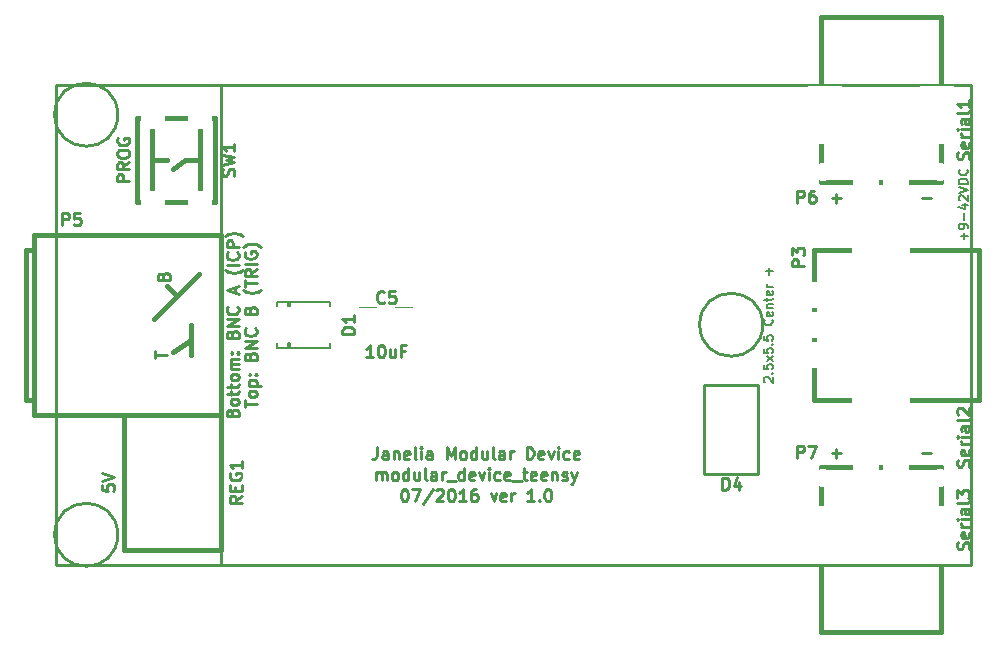
<source format=gto>
G04 #@! TF.FileFunction,Legend,Top*
%FSLAX46Y46*%
G04 Gerber Fmt 4.6, Leading zero omitted, Abs format (unit mm)*
G04 Created by KiCad (PCBNEW 4.1.0-alpha+201607150317+6980~46~ubuntu16.04.1-product) date Fri Jul 15 13:36:51 2016*
%MOMM*%
%LPD*%
G01*
G04 APERTURE LIST*
%ADD10C,0.100000*%
%ADD11C,0.190500*%
%ADD12C,0.254000*%
%ADD13C,0.228600*%
%ADD14C,0.381000*%
%ADD15C,0.150000*%
%ADD16C,0.127000*%
%ADD17O,2.254200X2.940000*%
%ADD18R,2.254200X2.940000*%
%ADD19C,3.956000*%
%ADD20C,2.400000*%
%ADD21C,2.600000*%
%ADD22C,1.600200*%
%ADD23R,4.591000X2.178000*%
%ADD24R,5.029200X2.997200*%
%ADD25O,2.940000X1.924000*%
%ADD26O,5.480000X3.448000*%
%ADD27O,2.432000X1.924000*%
%ADD28O,1.924000X2.432000*%
%ADD29R,2.400000X2.900000*%
%ADD30R,1.990040X3.067000*%
%ADD31R,2.178000X4.591000*%
%ADD32R,2.997200X5.029200*%
%ADD33R,4.000000X5.160000*%
%ADD34R,1.800000X1.640000*%
%ADD35R,1.924000X2.940000*%
%ADD36O,1.924000X2.940000*%
%ADD37R,1.670000X2.940000*%
G04 APERTURE END LIST*
D10*
D11*
X136579428Y-92474142D02*
X136579428Y-91893571D01*
X136869714Y-92183857D02*
X136289142Y-92183857D01*
X136869714Y-91494428D02*
X136869714Y-91349285D01*
X136833428Y-91276714D01*
X136797142Y-91240428D01*
X136688285Y-91167857D01*
X136543142Y-91131571D01*
X136252857Y-91131571D01*
X136180285Y-91167857D01*
X136144000Y-91204142D01*
X136107714Y-91276714D01*
X136107714Y-91421857D01*
X136144000Y-91494428D01*
X136180285Y-91530714D01*
X136252857Y-91567000D01*
X136434285Y-91567000D01*
X136506857Y-91530714D01*
X136543142Y-91494428D01*
X136579428Y-91421857D01*
X136579428Y-91276714D01*
X136543142Y-91204142D01*
X136506857Y-91167857D01*
X136434285Y-91131571D01*
X136579428Y-90805000D02*
X136579428Y-90224428D01*
X136361714Y-89535000D02*
X136869714Y-89535000D01*
X136071428Y-89716428D02*
X136615714Y-89897857D01*
X136615714Y-89426142D01*
X136180285Y-89172142D02*
X136144000Y-89135857D01*
X136107714Y-89063285D01*
X136107714Y-88881857D01*
X136144000Y-88809285D01*
X136180285Y-88773000D01*
X136252857Y-88736714D01*
X136325428Y-88736714D01*
X136434285Y-88773000D01*
X136869714Y-89208428D01*
X136869714Y-88736714D01*
X136107714Y-88519000D02*
X136869714Y-88265000D01*
X136107714Y-88011000D01*
X136869714Y-87757000D02*
X136107714Y-87757000D01*
X136107714Y-87575571D01*
X136144000Y-87466714D01*
X136216571Y-87394142D01*
X136289142Y-87357857D01*
X136434285Y-87321571D01*
X136543142Y-87321571D01*
X136688285Y-87357857D01*
X136760857Y-87394142D01*
X136833428Y-87466714D01*
X136869714Y-87575571D01*
X136869714Y-87757000D01*
X136797142Y-86559571D02*
X136833428Y-86595857D01*
X136869714Y-86704714D01*
X136869714Y-86777285D01*
X136833428Y-86886142D01*
X136760857Y-86958714D01*
X136688285Y-86995000D01*
X136543142Y-87031285D01*
X136434285Y-87031285D01*
X136289142Y-86995000D01*
X136216571Y-86958714D01*
X136144000Y-86886142D01*
X136107714Y-86777285D01*
X136107714Y-86704714D01*
X136144000Y-86595857D01*
X136180285Y-86559571D01*
X119670285Y-104557285D02*
X119634000Y-104521000D01*
X119597714Y-104448428D01*
X119597714Y-104267000D01*
X119634000Y-104194428D01*
X119670285Y-104158142D01*
X119742857Y-104121857D01*
X119815428Y-104121857D01*
X119924285Y-104158142D01*
X120359714Y-104593571D01*
X120359714Y-104121857D01*
X120287142Y-103795285D02*
X120323428Y-103759000D01*
X120359714Y-103795285D01*
X120323428Y-103831571D01*
X120287142Y-103795285D01*
X120359714Y-103795285D01*
X119597714Y-103069571D02*
X119597714Y-103432428D01*
X119960571Y-103468714D01*
X119924285Y-103432428D01*
X119888000Y-103359857D01*
X119888000Y-103178428D01*
X119924285Y-103105857D01*
X119960571Y-103069571D01*
X120033142Y-103033285D01*
X120214571Y-103033285D01*
X120287142Y-103069571D01*
X120323428Y-103105857D01*
X120359714Y-103178428D01*
X120359714Y-103359857D01*
X120323428Y-103432428D01*
X120287142Y-103468714D01*
X120359714Y-102779285D02*
X119851714Y-102380142D01*
X119851714Y-102779285D02*
X120359714Y-102380142D01*
X119597714Y-101727000D02*
X119597714Y-102089857D01*
X119960571Y-102126142D01*
X119924285Y-102089857D01*
X119888000Y-102017285D01*
X119888000Y-101835857D01*
X119924285Y-101763285D01*
X119960571Y-101727000D01*
X120033142Y-101690714D01*
X120214571Y-101690714D01*
X120287142Y-101727000D01*
X120323428Y-101763285D01*
X120359714Y-101835857D01*
X120359714Y-102017285D01*
X120323428Y-102089857D01*
X120287142Y-102126142D01*
X120287142Y-101364142D02*
X120323428Y-101327857D01*
X120359714Y-101364142D01*
X120323428Y-101400428D01*
X120287142Y-101364142D01*
X120359714Y-101364142D01*
X119597714Y-100638428D02*
X119597714Y-101001285D01*
X119960571Y-101037571D01*
X119924285Y-101001285D01*
X119888000Y-100928714D01*
X119888000Y-100747285D01*
X119924285Y-100674714D01*
X119960571Y-100638428D01*
X120033142Y-100602142D01*
X120214571Y-100602142D01*
X120287142Y-100638428D01*
X120323428Y-100674714D01*
X120359714Y-100747285D01*
X120359714Y-100928714D01*
X120323428Y-101001285D01*
X120287142Y-101037571D01*
X120287142Y-99259571D02*
X120323428Y-99295857D01*
X120359714Y-99404714D01*
X120359714Y-99477285D01*
X120323428Y-99586142D01*
X120250857Y-99658714D01*
X120178285Y-99695000D01*
X120033142Y-99731285D01*
X119924285Y-99731285D01*
X119779142Y-99695000D01*
X119706571Y-99658714D01*
X119634000Y-99586142D01*
X119597714Y-99477285D01*
X119597714Y-99404714D01*
X119634000Y-99295857D01*
X119670285Y-99259571D01*
X120323428Y-98642714D02*
X120359714Y-98715285D01*
X120359714Y-98860428D01*
X120323428Y-98933000D01*
X120250857Y-98969285D01*
X119960571Y-98969285D01*
X119888000Y-98933000D01*
X119851714Y-98860428D01*
X119851714Y-98715285D01*
X119888000Y-98642714D01*
X119960571Y-98606428D01*
X120033142Y-98606428D01*
X120105714Y-98969285D01*
X119851714Y-98279857D02*
X120359714Y-98279857D01*
X119924285Y-98279857D02*
X119888000Y-98243571D01*
X119851714Y-98171000D01*
X119851714Y-98062142D01*
X119888000Y-97989571D01*
X119960571Y-97953285D01*
X120359714Y-97953285D01*
X119851714Y-97699285D02*
X119851714Y-97409000D01*
X119597714Y-97590428D02*
X120250857Y-97590428D01*
X120323428Y-97554142D01*
X120359714Y-97481571D01*
X120359714Y-97409000D01*
X120323428Y-96864714D02*
X120359714Y-96937285D01*
X120359714Y-97082428D01*
X120323428Y-97155000D01*
X120250857Y-97191285D01*
X119960571Y-97191285D01*
X119888000Y-97155000D01*
X119851714Y-97082428D01*
X119851714Y-96937285D01*
X119888000Y-96864714D01*
X119960571Y-96828428D01*
X120033142Y-96828428D01*
X120105714Y-97191285D01*
X120359714Y-96501857D02*
X119851714Y-96501857D01*
X119996857Y-96501857D02*
X119924285Y-96465571D01*
X119888000Y-96429285D01*
X119851714Y-96356714D01*
X119851714Y-96284142D01*
X120069428Y-95449571D02*
X120069428Y-94869000D01*
X120359714Y-95159285D02*
X119779142Y-95159285D01*
D12*
X136936238Y-118696619D02*
X136984619Y-118551476D01*
X136984619Y-118309571D01*
X136936238Y-118212809D01*
X136887857Y-118164428D01*
X136791095Y-118116047D01*
X136694333Y-118116047D01*
X136597571Y-118164428D01*
X136549190Y-118212809D01*
X136500809Y-118309571D01*
X136452428Y-118503095D01*
X136404047Y-118599857D01*
X136355666Y-118648238D01*
X136258904Y-118696619D01*
X136162142Y-118696619D01*
X136065380Y-118648238D01*
X136017000Y-118599857D01*
X135968619Y-118503095D01*
X135968619Y-118261190D01*
X136017000Y-118116047D01*
X136936238Y-117293571D02*
X136984619Y-117390333D01*
X136984619Y-117583857D01*
X136936238Y-117680619D01*
X136839476Y-117729000D01*
X136452428Y-117729000D01*
X136355666Y-117680619D01*
X136307285Y-117583857D01*
X136307285Y-117390333D01*
X136355666Y-117293571D01*
X136452428Y-117245190D01*
X136549190Y-117245190D01*
X136645952Y-117729000D01*
X136984619Y-116809761D02*
X136307285Y-116809761D01*
X136500809Y-116809761D02*
X136404047Y-116761380D01*
X136355666Y-116713000D01*
X136307285Y-116616238D01*
X136307285Y-116519476D01*
X136984619Y-116180809D02*
X136307285Y-116180809D01*
X135968619Y-116180809D02*
X136017000Y-116229190D01*
X136065380Y-116180809D01*
X136017000Y-116132428D01*
X135968619Y-116180809D01*
X136065380Y-116180809D01*
X136984619Y-115261571D02*
X136452428Y-115261571D01*
X136355666Y-115309952D01*
X136307285Y-115406714D01*
X136307285Y-115600238D01*
X136355666Y-115697000D01*
X136936238Y-115261571D02*
X136984619Y-115358333D01*
X136984619Y-115600238D01*
X136936238Y-115697000D01*
X136839476Y-115745380D01*
X136742714Y-115745380D01*
X136645952Y-115697000D01*
X136597571Y-115600238D01*
X136597571Y-115358333D01*
X136549190Y-115261571D01*
X136984619Y-114632619D02*
X136936238Y-114729380D01*
X136839476Y-114777761D01*
X135968619Y-114777761D01*
X135968619Y-114342333D02*
X135968619Y-113713380D01*
X136355666Y-114052047D01*
X136355666Y-113906904D01*
X136404047Y-113810142D01*
X136452428Y-113761761D01*
X136549190Y-113713380D01*
X136791095Y-113713380D01*
X136887857Y-113761761D01*
X136936238Y-113810142D01*
X136984619Y-113906904D01*
X136984619Y-114197190D01*
X136936238Y-114293952D01*
X136887857Y-114342333D01*
X136936238Y-111711619D02*
X136984619Y-111566476D01*
X136984619Y-111324571D01*
X136936238Y-111227809D01*
X136887857Y-111179428D01*
X136791095Y-111131047D01*
X136694333Y-111131047D01*
X136597571Y-111179428D01*
X136549190Y-111227809D01*
X136500809Y-111324571D01*
X136452428Y-111518095D01*
X136404047Y-111614857D01*
X136355666Y-111663238D01*
X136258904Y-111711619D01*
X136162142Y-111711619D01*
X136065380Y-111663238D01*
X136017000Y-111614857D01*
X135968619Y-111518095D01*
X135968619Y-111276190D01*
X136017000Y-111131047D01*
X136936238Y-110308571D02*
X136984619Y-110405333D01*
X136984619Y-110598857D01*
X136936238Y-110695619D01*
X136839476Y-110744000D01*
X136452428Y-110744000D01*
X136355666Y-110695619D01*
X136307285Y-110598857D01*
X136307285Y-110405333D01*
X136355666Y-110308571D01*
X136452428Y-110260190D01*
X136549190Y-110260190D01*
X136645952Y-110744000D01*
X136984619Y-109824761D02*
X136307285Y-109824761D01*
X136500809Y-109824761D02*
X136404047Y-109776380D01*
X136355666Y-109728000D01*
X136307285Y-109631238D01*
X136307285Y-109534476D01*
X136984619Y-109195809D02*
X136307285Y-109195809D01*
X135968619Y-109195809D02*
X136017000Y-109244190D01*
X136065380Y-109195809D01*
X136017000Y-109147428D01*
X135968619Y-109195809D01*
X136065380Y-109195809D01*
X136984619Y-108276571D02*
X136452428Y-108276571D01*
X136355666Y-108324952D01*
X136307285Y-108421714D01*
X136307285Y-108615238D01*
X136355666Y-108712000D01*
X136936238Y-108276571D02*
X136984619Y-108373333D01*
X136984619Y-108615238D01*
X136936238Y-108712000D01*
X136839476Y-108760380D01*
X136742714Y-108760380D01*
X136645952Y-108712000D01*
X136597571Y-108615238D01*
X136597571Y-108373333D01*
X136549190Y-108276571D01*
X136984619Y-107647619D02*
X136936238Y-107744380D01*
X136839476Y-107792761D01*
X135968619Y-107792761D01*
X136065380Y-107308952D02*
X136017000Y-107260571D01*
X135968619Y-107163809D01*
X135968619Y-106921904D01*
X136017000Y-106825142D01*
X136065380Y-106776761D01*
X136162142Y-106728380D01*
X136258904Y-106728380D01*
X136404047Y-106776761D01*
X136984619Y-107357333D01*
X136984619Y-106728380D01*
X136936238Y-85676619D02*
X136984619Y-85531476D01*
X136984619Y-85289571D01*
X136936238Y-85192809D01*
X136887857Y-85144428D01*
X136791095Y-85096047D01*
X136694333Y-85096047D01*
X136597571Y-85144428D01*
X136549190Y-85192809D01*
X136500809Y-85289571D01*
X136452428Y-85483095D01*
X136404047Y-85579857D01*
X136355666Y-85628238D01*
X136258904Y-85676619D01*
X136162142Y-85676619D01*
X136065380Y-85628238D01*
X136017000Y-85579857D01*
X135968619Y-85483095D01*
X135968619Y-85241190D01*
X136017000Y-85096047D01*
X136936238Y-84273571D02*
X136984619Y-84370333D01*
X136984619Y-84563857D01*
X136936238Y-84660619D01*
X136839476Y-84709000D01*
X136452428Y-84709000D01*
X136355666Y-84660619D01*
X136307285Y-84563857D01*
X136307285Y-84370333D01*
X136355666Y-84273571D01*
X136452428Y-84225190D01*
X136549190Y-84225190D01*
X136645952Y-84709000D01*
X136984619Y-83789761D02*
X136307285Y-83789761D01*
X136500809Y-83789761D02*
X136404047Y-83741380D01*
X136355666Y-83693000D01*
X136307285Y-83596238D01*
X136307285Y-83499476D01*
X136984619Y-83160809D02*
X136307285Y-83160809D01*
X135968619Y-83160809D02*
X136017000Y-83209190D01*
X136065380Y-83160809D01*
X136017000Y-83112428D01*
X135968619Y-83160809D01*
X136065380Y-83160809D01*
X136984619Y-82241571D02*
X136452428Y-82241571D01*
X136355666Y-82289952D01*
X136307285Y-82386714D01*
X136307285Y-82580238D01*
X136355666Y-82677000D01*
X136936238Y-82241571D02*
X136984619Y-82338333D01*
X136984619Y-82580238D01*
X136936238Y-82677000D01*
X136839476Y-82725380D01*
X136742714Y-82725380D01*
X136645952Y-82677000D01*
X136597571Y-82580238D01*
X136597571Y-82338333D01*
X136549190Y-82241571D01*
X136984619Y-81612619D02*
X136936238Y-81709380D01*
X136839476Y-81757761D01*
X135968619Y-81757761D01*
X136984619Y-80693380D02*
X136984619Y-81273952D01*
X136984619Y-80983666D02*
X135968619Y-80983666D01*
X136113761Y-81080428D01*
X136210523Y-81177190D01*
X136258904Y-81273952D01*
X132962952Y-110562571D02*
X133737047Y-110562571D01*
X132962952Y-88972571D02*
X133737047Y-88972571D01*
X125342952Y-88972571D02*
X126117047Y-88972571D01*
X125730000Y-89359619D02*
X125730000Y-88585523D01*
X125342952Y-110562571D02*
X126117047Y-110562571D01*
X125730000Y-110949619D02*
X125730000Y-110175523D01*
X63578619Y-113223523D02*
X63578619Y-113707333D01*
X64062428Y-113755714D01*
X64014047Y-113707333D01*
X63965666Y-113610571D01*
X63965666Y-113368666D01*
X64014047Y-113271904D01*
X64062428Y-113223523D01*
X64159190Y-113175142D01*
X64401095Y-113175142D01*
X64497857Y-113223523D01*
X64546238Y-113271904D01*
X64594619Y-113368666D01*
X64594619Y-113610571D01*
X64546238Y-113707333D01*
X64497857Y-113755714D01*
X63578619Y-112884857D02*
X64594619Y-112546190D01*
X63578619Y-112207523D01*
X86855904Y-110060619D02*
X86855904Y-110786333D01*
X86807523Y-110931476D01*
X86710761Y-111028238D01*
X86565619Y-111076619D01*
X86468857Y-111076619D01*
X87775142Y-111076619D02*
X87775142Y-110544428D01*
X87726761Y-110447666D01*
X87630000Y-110399285D01*
X87436476Y-110399285D01*
X87339714Y-110447666D01*
X87775142Y-111028238D02*
X87678380Y-111076619D01*
X87436476Y-111076619D01*
X87339714Y-111028238D01*
X87291333Y-110931476D01*
X87291333Y-110834714D01*
X87339714Y-110737952D01*
X87436476Y-110689571D01*
X87678380Y-110689571D01*
X87775142Y-110641190D01*
X88258952Y-110399285D02*
X88258952Y-111076619D01*
X88258952Y-110496047D02*
X88307333Y-110447666D01*
X88404095Y-110399285D01*
X88549238Y-110399285D01*
X88646000Y-110447666D01*
X88694380Y-110544428D01*
X88694380Y-111076619D01*
X89565238Y-111028238D02*
X89468476Y-111076619D01*
X89274952Y-111076619D01*
X89178190Y-111028238D01*
X89129809Y-110931476D01*
X89129809Y-110544428D01*
X89178190Y-110447666D01*
X89274952Y-110399285D01*
X89468476Y-110399285D01*
X89565238Y-110447666D01*
X89613619Y-110544428D01*
X89613619Y-110641190D01*
X89129809Y-110737952D01*
X90194190Y-111076619D02*
X90097428Y-111028238D01*
X90049047Y-110931476D01*
X90049047Y-110060619D01*
X90581238Y-111076619D02*
X90581238Y-110399285D01*
X90581238Y-110060619D02*
X90532857Y-110109000D01*
X90581238Y-110157380D01*
X90629619Y-110109000D01*
X90581238Y-110060619D01*
X90581238Y-110157380D01*
X91500476Y-111076619D02*
X91500476Y-110544428D01*
X91452095Y-110447666D01*
X91355333Y-110399285D01*
X91161809Y-110399285D01*
X91065047Y-110447666D01*
X91500476Y-111028238D02*
X91403714Y-111076619D01*
X91161809Y-111076619D01*
X91065047Y-111028238D01*
X91016666Y-110931476D01*
X91016666Y-110834714D01*
X91065047Y-110737952D01*
X91161809Y-110689571D01*
X91403714Y-110689571D01*
X91500476Y-110641190D01*
X92758380Y-111076619D02*
X92758380Y-110060619D01*
X93097047Y-110786333D01*
X93435714Y-110060619D01*
X93435714Y-111076619D01*
X94064666Y-111076619D02*
X93967904Y-111028238D01*
X93919523Y-110979857D01*
X93871142Y-110883095D01*
X93871142Y-110592809D01*
X93919523Y-110496047D01*
X93967904Y-110447666D01*
X94064666Y-110399285D01*
X94209809Y-110399285D01*
X94306571Y-110447666D01*
X94354952Y-110496047D01*
X94403333Y-110592809D01*
X94403333Y-110883095D01*
X94354952Y-110979857D01*
X94306571Y-111028238D01*
X94209809Y-111076619D01*
X94064666Y-111076619D01*
X95274190Y-111076619D02*
X95274190Y-110060619D01*
X95274190Y-111028238D02*
X95177428Y-111076619D01*
X94983904Y-111076619D01*
X94887142Y-111028238D01*
X94838761Y-110979857D01*
X94790380Y-110883095D01*
X94790380Y-110592809D01*
X94838761Y-110496047D01*
X94887142Y-110447666D01*
X94983904Y-110399285D01*
X95177428Y-110399285D01*
X95274190Y-110447666D01*
X96193428Y-110399285D02*
X96193428Y-111076619D01*
X95758000Y-110399285D02*
X95758000Y-110931476D01*
X95806380Y-111028238D01*
X95903142Y-111076619D01*
X96048285Y-111076619D01*
X96145047Y-111028238D01*
X96193428Y-110979857D01*
X96822380Y-111076619D02*
X96725619Y-111028238D01*
X96677238Y-110931476D01*
X96677238Y-110060619D01*
X97644857Y-111076619D02*
X97644857Y-110544428D01*
X97596476Y-110447666D01*
X97499714Y-110399285D01*
X97306190Y-110399285D01*
X97209428Y-110447666D01*
X97644857Y-111028238D02*
X97548095Y-111076619D01*
X97306190Y-111076619D01*
X97209428Y-111028238D01*
X97161047Y-110931476D01*
X97161047Y-110834714D01*
X97209428Y-110737952D01*
X97306190Y-110689571D01*
X97548095Y-110689571D01*
X97644857Y-110641190D01*
X98128666Y-111076619D02*
X98128666Y-110399285D01*
X98128666Y-110592809D02*
X98177047Y-110496047D01*
X98225428Y-110447666D01*
X98322190Y-110399285D01*
X98418952Y-110399285D01*
X99531714Y-111076619D02*
X99531714Y-110060619D01*
X99773619Y-110060619D01*
X99918761Y-110109000D01*
X100015523Y-110205761D01*
X100063904Y-110302523D01*
X100112285Y-110496047D01*
X100112285Y-110641190D01*
X100063904Y-110834714D01*
X100015523Y-110931476D01*
X99918761Y-111028238D01*
X99773619Y-111076619D01*
X99531714Y-111076619D01*
X100934761Y-111028238D02*
X100838000Y-111076619D01*
X100644476Y-111076619D01*
X100547714Y-111028238D01*
X100499333Y-110931476D01*
X100499333Y-110544428D01*
X100547714Y-110447666D01*
X100644476Y-110399285D01*
X100838000Y-110399285D01*
X100934761Y-110447666D01*
X100983142Y-110544428D01*
X100983142Y-110641190D01*
X100499333Y-110737952D01*
X101321809Y-110399285D02*
X101563714Y-111076619D01*
X101805619Y-110399285D01*
X102192666Y-111076619D02*
X102192666Y-110399285D01*
X102192666Y-110060619D02*
X102144285Y-110109000D01*
X102192666Y-110157380D01*
X102241047Y-110109000D01*
X102192666Y-110060619D01*
X102192666Y-110157380D01*
X103111904Y-111028238D02*
X103015142Y-111076619D01*
X102821619Y-111076619D01*
X102724857Y-111028238D01*
X102676476Y-110979857D01*
X102628095Y-110883095D01*
X102628095Y-110592809D01*
X102676476Y-110496047D01*
X102724857Y-110447666D01*
X102821619Y-110399285D01*
X103015142Y-110399285D01*
X103111904Y-110447666D01*
X103934380Y-111028238D02*
X103837619Y-111076619D01*
X103644095Y-111076619D01*
X103547333Y-111028238D01*
X103498952Y-110931476D01*
X103498952Y-110544428D01*
X103547333Y-110447666D01*
X103644095Y-110399285D01*
X103837619Y-110399285D01*
X103934380Y-110447666D01*
X103982761Y-110544428D01*
X103982761Y-110641190D01*
X103498952Y-110737952D01*
X86807523Y-112854619D02*
X86807523Y-112177285D01*
X86807523Y-112274047D02*
X86855904Y-112225666D01*
X86952666Y-112177285D01*
X87097809Y-112177285D01*
X87194571Y-112225666D01*
X87242952Y-112322428D01*
X87242952Y-112854619D01*
X87242952Y-112322428D02*
X87291333Y-112225666D01*
X87388095Y-112177285D01*
X87533238Y-112177285D01*
X87630000Y-112225666D01*
X87678380Y-112322428D01*
X87678380Y-112854619D01*
X88307333Y-112854619D02*
X88210571Y-112806238D01*
X88162190Y-112757857D01*
X88113809Y-112661095D01*
X88113809Y-112370809D01*
X88162190Y-112274047D01*
X88210571Y-112225666D01*
X88307333Y-112177285D01*
X88452476Y-112177285D01*
X88549238Y-112225666D01*
X88597619Y-112274047D01*
X88646000Y-112370809D01*
X88646000Y-112661095D01*
X88597619Y-112757857D01*
X88549238Y-112806238D01*
X88452476Y-112854619D01*
X88307333Y-112854619D01*
X89516857Y-112854619D02*
X89516857Y-111838619D01*
X89516857Y-112806238D02*
X89420095Y-112854619D01*
X89226571Y-112854619D01*
X89129809Y-112806238D01*
X89081428Y-112757857D01*
X89033047Y-112661095D01*
X89033047Y-112370809D01*
X89081428Y-112274047D01*
X89129809Y-112225666D01*
X89226571Y-112177285D01*
X89420095Y-112177285D01*
X89516857Y-112225666D01*
X90436095Y-112177285D02*
X90436095Y-112854619D01*
X90000666Y-112177285D02*
X90000666Y-112709476D01*
X90049047Y-112806238D01*
X90145809Y-112854619D01*
X90290952Y-112854619D01*
X90387714Y-112806238D01*
X90436095Y-112757857D01*
X91065047Y-112854619D02*
X90968285Y-112806238D01*
X90919904Y-112709476D01*
X90919904Y-111838619D01*
X91887523Y-112854619D02*
X91887523Y-112322428D01*
X91839142Y-112225666D01*
X91742380Y-112177285D01*
X91548857Y-112177285D01*
X91452095Y-112225666D01*
X91887523Y-112806238D02*
X91790761Y-112854619D01*
X91548857Y-112854619D01*
X91452095Y-112806238D01*
X91403714Y-112709476D01*
X91403714Y-112612714D01*
X91452095Y-112515952D01*
X91548857Y-112467571D01*
X91790761Y-112467571D01*
X91887523Y-112419190D01*
X92371333Y-112854619D02*
X92371333Y-112177285D01*
X92371333Y-112370809D02*
X92419714Y-112274047D01*
X92468095Y-112225666D01*
X92564857Y-112177285D01*
X92661619Y-112177285D01*
X92758380Y-112951380D02*
X93532476Y-112951380D01*
X94209809Y-112854619D02*
X94209809Y-111838619D01*
X94209809Y-112806238D02*
X94113047Y-112854619D01*
X93919523Y-112854619D01*
X93822761Y-112806238D01*
X93774380Y-112757857D01*
X93726000Y-112661095D01*
X93726000Y-112370809D01*
X93774380Y-112274047D01*
X93822761Y-112225666D01*
X93919523Y-112177285D01*
X94113047Y-112177285D01*
X94209809Y-112225666D01*
X95080666Y-112806238D02*
X94983904Y-112854619D01*
X94790380Y-112854619D01*
X94693619Y-112806238D01*
X94645238Y-112709476D01*
X94645238Y-112322428D01*
X94693619Y-112225666D01*
X94790380Y-112177285D01*
X94983904Y-112177285D01*
X95080666Y-112225666D01*
X95129047Y-112322428D01*
X95129047Y-112419190D01*
X94645238Y-112515952D01*
X95467714Y-112177285D02*
X95709619Y-112854619D01*
X95951523Y-112177285D01*
X96338571Y-112854619D02*
X96338571Y-112177285D01*
X96338571Y-111838619D02*
X96290190Y-111887000D01*
X96338571Y-111935380D01*
X96386952Y-111887000D01*
X96338571Y-111838619D01*
X96338571Y-111935380D01*
X97257809Y-112806238D02*
X97161047Y-112854619D01*
X96967523Y-112854619D01*
X96870761Y-112806238D01*
X96822380Y-112757857D01*
X96774000Y-112661095D01*
X96774000Y-112370809D01*
X96822380Y-112274047D01*
X96870761Y-112225666D01*
X96967523Y-112177285D01*
X97161047Y-112177285D01*
X97257809Y-112225666D01*
X98080285Y-112806238D02*
X97983523Y-112854619D01*
X97790000Y-112854619D01*
X97693238Y-112806238D01*
X97644857Y-112709476D01*
X97644857Y-112322428D01*
X97693238Y-112225666D01*
X97790000Y-112177285D01*
X97983523Y-112177285D01*
X98080285Y-112225666D01*
X98128666Y-112322428D01*
X98128666Y-112419190D01*
X97644857Y-112515952D01*
X98322190Y-112951380D02*
X99096285Y-112951380D01*
X99193047Y-112177285D02*
X99580095Y-112177285D01*
X99338190Y-111838619D02*
X99338190Y-112709476D01*
X99386571Y-112806238D01*
X99483333Y-112854619D01*
X99580095Y-112854619D01*
X100305809Y-112806238D02*
X100209047Y-112854619D01*
X100015523Y-112854619D01*
X99918761Y-112806238D01*
X99870380Y-112709476D01*
X99870380Y-112322428D01*
X99918761Y-112225666D01*
X100015523Y-112177285D01*
X100209047Y-112177285D01*
X100305809Y-112225666D01*
X100354190Y-112322428D01*
X100354190Y-112419190D01*
X99870380Y-112515952D01*
X101176666Y-112806238D02*
X101079904Y-112854619D01*
X100886380Y-112854619D01*
X100789619Y-112806238D01*
X100741238Y-112709476D01*
X100741238Y-112322428D01*
X100789619Y-112225666D01*
X100886380Y-112177285D01*
X101079904Y-112177285D01*
X101176666Y-112225666D01*
X101225047Y-112322428D01*
X101225047Y-112419190D01*
X100741238Y-112515952D01*
X101660476Y-112177285D02*
X101660476Y-112854619D01*
X101660476Y-112274047D02*
X101708857Y-112225666D01*
X101805619Y-112177285D01*
X101950761Y-112177285D01*
X102047523Y-112225666D01*
X102095904Y-112322428D01*
X102095904Y-112854619D01*
X102531333Y-112806238D02*
X102628095Y-112854619D01*
X102821619Y-112854619D01*
X102918380Y-112806238D01*
X102966761Y-112709476D01*
X102966761Y-112661095D01*
X102918380Y-112564333D01*
X102821619Y-112515952D01*
X102676476Y-112515952D01*
X102579714Y-112467571D01*
X102531333Y-112370809D01*
X102531333Y-112322428D01*
X102579714Y-112225666D01*
X102676476Y-112177285D01*
X102821619Y-112177285D01*
X102918380Y-112225666D01*
X103305428Y-112177285D02*
X103547333Y-112854619D01*
X103789238Y-112177285D02*
X103547333Y-112854619D01*
X103450571Y-113096523D01*
X103402190Y-113144904D01*
X103305428Y-113193285D01*
X89129809Y-113616619D02*
X89226571Y-113616619D01*
X89323333Y-113665000D01*
X89371714Y-113713380D01*
X89420095Y-113810142D01*
X89468476Y-114003666D01*
X89468476Y-114245571D01*
X89420095Y-114439095D01*
X89371714Y-114535857D01*
X89323333Y-114584238D01*
X89226571Y-114632619D01*
X89129809Y-114632619D01*
X89033047Y-114584238D01*
X88984666Y-114535857D01*
X88936285Y-114439095D01*
X88887904Y-114245571D01*
X88887904Y-114003666D01*
X88936285Y-113810142D01*
X88984666Y-113713380D01*
X89033047Y-113665000D01*
X89129809Y-113616619D01*
X89807142Y-113616619D02*
X90484476Y-113616619D01*
X90049047Y-114632619D01*
X91597238Y-113568238D02*
X90726380Y-114874523D01*
X91887523Y-113713380D02*
X91935904Y-113665000D01*
X92032666Y-113616619D01*
X92274571Y-113616619D01*
X92371333Y-113665000D01*
X92419714Y-113713380D01*
X92468095Y-113810142D01*
X92468095Y-113906904D01*
X92419714Y-114052047D01*
X91839142Y-114632619D01*
X92468095Y-114632619D01*
X93097047Y-113616619D02*
X93193809Y-113616619D01*
X93290571Y-113665000D01*
X93338952Y-113713380D01*
X93387333Y-113810142D01*
X93435714Y-114003666D01*
X93435714Y-114245571D01*
X93387333Y-114439095D01*
X93338952Y-114535857D01*
X93290571Y-114584238D01*
X93193809Y-114632619D01*
X93097047Y-114632619D01*
X93000285Y-114584238D01*
X92951904Y-114535857D01*
X92903523Y-114439095D01*
X92855142Y-114245571D01*
X92855142Y-114003666D01*
X92903523Y-113810142D01*
X92951904Y-113713380D01*
X93000285Y-113665000D01*
X93097047Y-113616619D01*
X94403333Y-114632619D02*
X93822761Y-114632619D01*
X94113047Y-114632619D02*
X94113047Y-113616619D01*
X94016285Y-113761761D01*
X93919523Y-113858523D01*
X93822761Y-113906904D01*
X95274190Y-113616619D02*
X95080666Y-113616619D01*
X94983904Y-113665000D01*
X94935523Y-113713380D01*
X94838761Y-113858523D01*
X94790380Y-114052047D01*
X94790380Y-114439095D01*
X94838761Y-114535857D01*
X94887142Y-114584238D01*
X94983904Y-114632619D01*
X95177428Y-114632619D01*
X95274190Y-114584238D01*
X95322571Y-114535857D01*
X95370952Y-114439095D01*
X95370952Y-114197190D01*
X95322571Y-114100428D01*
X95274190Y-114052047D01*
X95177428Y-114003666D01*
X94983904Y-114003666D01*
X94887142Y-114052047D01*
X94838761Y-114100428D01*
X94790380Y-114197190D01*
X96483714Y-113955285D02*
X96725619Y-114632619D01*
X96967523Y-113955285D01*
X97741619Y-114584238D02*
X97644857Y-114632619D01*
X97451333Y-114632619D01*
X97354571Y-114584238D01*
X97306190Y-114487476D01*
X97306190Y-114100428D01*
X97354571Y-114003666D01*
X97451333Y-113955285D01*
X97644857Y-113955285D01*
X97741619Y-114003666D01*
X97790000Y-114100428D01*
X97790000Y-114197190D01*
X97306190Y-114293952D01*
X98225428Y-114632619D02*
X98225428Y-113955285D01*
X98225428Y-114148809D02*
X98273809Y-114052047D01*
X98322190Y-114003666D01*
X98418952Y-113955285D01*
X98515714Y-113955285D01*
X100160666Y-114632619D02*
X99580095Y-114632619D01*
X99870380Y-114632619D02*
X99870380Y-113616619D01*
X99773619Y-113761761D01*
X99676857Y-113858523D01*
X99580095Y-113906904D01*
X100596095Y-114535857D02*
X100644476Y-114584238D01*
X100596095Y-114632619D01*
X100547714Y-114584238D01*
X100596095Y-114535857D01*
X100596095Y-114632619D01*
X101273428Y-113616619D02*
X101370190Y-113616619D01*
X101466952Y-113665000D01*
X101515333Y-113713380D01*
X101563714Y-113810142D01*
X101612095Y-114003666D01*
X101612095Y-114245571D01*
X101563714Y-114439095D01*
X101515333Y-114535857D01*
X101466952Y-114584238D01*
X101370190Y-114632619D01*
X101273428Y-114632619D01*
X101176666Y-114584238D01*
X101128285Y-114535857D01*
X101079904Y-114439095D01*
X101031523Y-114245571D01*
X101031523Y-114003666D01*
X101079904Y-113810142D01*
X101128285Y-113713380D01*
X101176666Y-113665000D01*
X101273428Y-113616619D01*
D13*
X137160000Y-79375000D02*
X59690000Y-79375000D01*
X137160000Y-120015000D02*
X137160000Y-79375000D01*
X59690000Y-120015000D02*
X137160000Y-120015000D01*
X59690000Y-79375000D02*
X59690000Y-120015000D01*
X73660000Y-79375000D02*
X73660000Y-120015000D01*
X73660000Y-120015000D02*
X137160000Y-120015000D01*
X137160000Y-120015000D02*
X137160000Y-79375000D01*
X137160000Y-79375000D02*
X73660000Y-79375000D01*
D14*
X137795000Y-93345000D02*
X137795000Y-106045000D01*
X137795000Y-106045000D02*
X123825000Y-106045000D01*
X137795000Y-93345000D02*
X123825000Y-93345000D01*
X123825000Y-93345000D02*
X123825000Y-106045000D01*
X65405000Y-118745000D02*
X73660000Y-118745000D01*
X73660000Y-118745000D02*
X73660000Y-107315000D01*
X73660000Y-107315000D02*
X65405000Y-107315000D01*
X65405000Y-107315000D02*
X65405000Y-118745000D01*
X69850000Y-97155000D02*
X69088000Y-96393000D01*
X71120000Y-100965000D02*
X69596000Y-101981000D01*
X57785000Y-106045000D02*
X57150000Y-106045000D01*
X57150000Y-106045000D02*
X57150000Y-93345000D01*
X57150000Y-93345000D02*
X57785000Y-93345000D01*
X57785000Y-107315000D02*
X73660000Y-107315000D01*
X73660000Y-107315000D02*
X73660000Y-92075000D01*
X73660000Y-92075000D02*
X57785000Y-92075000D01*
X57785000Y-92075000D02*
X57785000Y-107315000D01*
X71755000Y-95377000D02*
X67945000Y-99187000D01*
X71120000Y-99695000D02*
X71120000Y-102235000D01*
D15*
X78395000Y-97745000D02*
X78395000Y-98145000D01*
X78395000Y-101645000D02*
X78395000Y-101245000D01*
X82895000Y-101645000D02*
X82895000Y-101245000D01*
X82895000Y-97745000D02*
X82895000Y-98145000D01*
X79295000Y-101645000D02*
X79295000Y-101245000D01*
X79295000Y-101245000D02*
X79445000Y-101245000D01*
X79445000Y-101245000D02*
X79445000Y-101645000D01*
X79295000Y-97745000D02*
X79295000Y-98145000D01*
X79295000Y-98145000D02*
X79445000Y-98145000D01*
X79445000Y-98145000D02*
X79445000Y-97745000D01*
X78395000Y-97745000D02*
X82895000Y-97745000D01*
X82895000Y-101645000D02*
X78395000Y-101645000D01*
D14*
X70612000Y-85725000D02*
X69596000Y-86487000D01*
X71882000Y-85725000D02*
X70612000Y-85725000D01*
X67818000Y-85725000D02*
X69088000Y-85725000D01*
X71882000Y-88265000D02*
X71882000Y-83185000D01*
X67818000Y-88265000D02*
X67818000Y-83185000D01*
X66548000Y-89281000D02*
X73152000Y-89281000D01*
X73152000Y-89281000D02*
X73152000Y-82169000D01*
X73152000Y-82169000D02*
X66548000Y-82169000D01*
X66548000Y-82169000D02*
X66548000Y-89281000D01*
X124460000Y-73660000D02*
X134620000Y-73660000D01*
X134620000Y-73660000D02*
X134620000Y-87630000D01*
X124460000Y-73660000D02*
X124460000Y-87630000D01*
X124460000Y-87630000D02*
X134620000Y-87630000D01*
X134620000Y-125730000D02*
X124460000Y-125730000D01*
X124460000Y-125730000D02*
X124460000Y-111760000D01*
X134620000Y-125730000D02*
X134620000Y-111760000D01*
X134620000Y-111760000D02*
X124460000Y-111760000D01*
D13*
X114540000Y-104835000D02*
X119140000Y-104835000D01*
X119140000Y-104835000D02*
X119140000Y-112335000D01*
X119140000Y-112335000D02*
X114540000Y-112335000D01*
X114540000Y-112335000D02*
X114540000Y-104835000D01*
X119507000Y-99695000D02*
G75*
G03X119507000Y-99695000I-2667000J0D01*
G01*
X64897000Y-117475000D02*
G75*
G03X64897000Y-117475000I-2667000J0D01*
G01*
X64897000Y-81915000D02*
G75*
G03X64897000Y-81915000I-2667000J0D01*
G01*
D16*
X86868000Y-98298000D02*
X85344000Y-98298000D01*
X85344000Y-98298000D02*
X85344000Y-101092000D01*
X85344000Y-101092000D02*
X86868000Y-101092000D01*
X88392000Y-101092000D02*
X89916000Y-101092000D01*
X89916000Y-101092000D02*
X89916000Y-98298000D01*
X89916000Y-98298000D02*
X88392000Y-98298000D01*
D12*
X123014619Y-94729904D02*
X121998619Y-94729904D01*
X121998619Y-94342857D01*
X122047000Y-94246095D01*
X122095380Y-94197714D01*
X122192142Y-94149333D01*
X122337285Y-94149333D01*
X122434047Y-94197714D01*
X122482428Y-94246095D01*
X122530809Y-94342857D01*
X122530809Y-94729904D01*
X121998619Y-93810666D02*
X121998619Y-93181714D01*
X122385666Y-93520380D01*
X122385666Y-93375238D01*
X122434047Y-93278476D01*
X122482428Y-93230095D01*
X122579190Y-93181714D01*
X122821095Y-93181714D01*
X122917857Y-93230095D01*
X122966238Y-93278476D01*
X123014619Y-93375238D01*
X123014619Y-93665523D01*
X122966238Y-93762285D01*
X122917857Y-93810666D01*
X75389619Y-114166952D02*
X74905809Y-114505619D01*
X75389619Y-114747523D02*
X74373619Y-114747523D01*
X74373619Y-114360476D01*
X74422000Y-114263714D01*
X74470380Y-114215333D01*
X74567142Y-114166952D01*
X74712285Y-114166952D01*
X74809047Y-114215333D01*
X74857428Y-114263714D01*
X74905809Y-114360476D01*
X74905809Y-114747523D01*
X74857428Y-113731523D02*
X74857428Y-113392857D01*
X75389619Y-113247714D02*
X75389619Y-113731523D01*
X74373619Y-113731523D01*
X74373619Y-113247714D01*
X74422000Y-112280095D02*
X74373619Y-112376857D01*
X74373619Y-112522000D01*
X74422000Y-112667142D01*
X74518761Y-112763904D01*
X74615523Y-112812285D01*
X74809047Y-112860666D01*
X74954190Y-112860666D01*
X75147714Y-112812285D01*
X75244476Y-112763904D01*
X75341238Y-112667142D01*
X75389619Y-112522000D01*
X75389619Y-112425238D01*
X75341238Y-112280095D01*
X75292857Y-112231714D01*
X74954190Y-112231714D01*
X74954190Y-112425238D01*
X75389619Y-111264095D02*
X75389619Y-111844666D01*
X75389619Y-111554380D02*
X74373619Y-111554380D01*
X74518761Y-111651142D01*
X74615523Y-111747904D01*
X74663904Y-111844666D01*
X60210095Y-91264619D02*
X60210095Y-90248619D01*
X60597142Y-90248619D01*
X60693904Y-90297000D01*
X60742285Y-90345380D01*
X60790666Y-90442142D01*
X60790666Y-90587285D01*
X60742285Y-90684047D01*
X60693904Y-90732428D01*
X60597142Y-90780809D01*
X60210095Y-90780809D01*
X61709904Y-90248619D02*
X61226095Y-90248619D01*
X61177714Y-90732428D01*
X61226095Y-90684047D01*
X61322857Y-90635666D01*
X61564761Y-90635666D01*
X61661523Y-90684047D01*
X61709904Y-90732428D01*
X61758285Y-90829190D01*
X61758285Y-91071095D01*
X61709904Y-91167857D01*
X61661523Y-91216238D01*
X61564761Y-91264619D01*
X61322857Y-91264619D01*
X61226095Y-91216238D01*
X61177714Y-91167857D01*
X75643619Y-106686047D02*
X75643619Y-106105476D01*
X76659619Y-106395761D02*
X75643619Y-106395761D01*
X76659619Y-105621666D02*
X76611238Y-105718428D01*
X76562857Y-105766809D01*
X76466095Y-105815190D01*
X76175809Y-105815190D01*
X76079047Y-105766809D01*
X76030666Y-105718428D01*
X75982285Y-105621666D01*
X75982285Y-105476523D01*
X76030666Y-105379761D01*
X76079047Y-105331380D01*
X76175809Y-105283000D01*
X76466095Y-105283000D01*
X76562857Y-105331380D01*
X76611238Y-105379761D01*
X76659619Y-105476523D01*
X76659619Y-105621666D01*
X75982285Y-104847571D02*
X76998285Y-104847571D01*
X76030666Y-104847571D02*
X75982285Y-104750809D01*
X75982285Y-104557285D01*
X76030666Y-104460523D01*
X76079047Y-104412142D01*
X76175809Y-104363761D01*
X76466095Y-104363761D01*
X76562857Y-104412142D01*
X76611238Y-104460523D01*
X76659619Y-104557285D01*
X76659619Y-104750809D01*
X76611238Y-104847571D01*
X76562857Y-103928333D02*
X76611238Y-103879952D01*
X76659619Y-103928333D01*
X76611238Y-103976714D01*
X76562857Y-103928333D01*
X76659619Y-103928333D01*
X76030666Y-103928333D02*
X76079047Y-103879952D01*
X76127428Y-103928333D01*
X76079047Y-103976714D01*
X76030666Y-103928333D01*
X76127428Y-103928333D01*
X76127428Y-102331761D02*
X76175809Y-102186619D01*
X76224190Y-102138238D01*
X76320952Y-102089857D01*
X76466095Y-102089857D01*
X76562857Y-102138238D01*
X76611238Y-102186619D01*
X76659619Y-102283380D01*
X76659619Y-102670428D01*
X75643619Y-102670428D01*
X75643619Y-102331761D01*
X75692000Y-102235000D01*
X75740380Y-102186619D01*
X75837142Y-102138238D01*
X75933904Y-102138238D01*
X76030666Y-102186619D01*
X76079047Y-102235000D01*
X76127428Y-102331761D01*
X76127428Y-102670428D01*
X76659619Y-101654428D02*
X75643619Y-101654428D01*
X76659619Y-101073857D01*
X75643619Y-101073857D01*
X76562857Y-100009476D02*
X76611238Y-100057857D01*
X76659619Y-100203000D01*
X76659619Y-100299761D01*
X76611238Y-100444904D01*
X76514476Y-100541666D01*
X76417714Y-100590047D01*
X76224190Y-100638428D01*
X76079047Y-100638428D01*
X75885523Y-100590047D01*
X75788761Y-100541666D01*
X75692000Y-100444904D01*
X75643619Y-100299761D01*
X75643619Y-100203000D01*
X75692000Y-100057857D01*
X75740380Y-100009476D01*
X76127428Y-98461285D02*
X76175809Y-98316142D01*
X76224190Y-98267761D01*
X76320952Y-98219380D01*
X76466095Y-98219380D01*
X76562857Y-98267761D01*
X76611238Y-98316142D01*
X76659619Y-98412904D01*
X76659619Y-98799952D01*
X75643619Y-98799952D01*
X75643619Y-98461285D01*
X75692000Y-98364523D01*
X75740380Y-98316142D01*
X75837142Y-98267761D01*
X75933904Y-98267761D01*
X76030666Y-98316142D01*
X76079047Y-98364523D01*
X76127428Y-98461285D01*
X76127428Y-98799952D01*
X77046666Y-96719571D02*
X76998285Y-96767952D01*
X76853142Y-96864714D01*
X76756380Y-96913095D01*
X76611238Y-96961476D01*
X76369333Y-97009857D01*
X76175809Y-97009857D01*
X75933904Y-96961476D01*
X75788761Y-96913095D01*
X75692000Y-96864714D01*
X75546857Y-96767952D01*
X75498476Y-96719571D01*
X75643619Y-96477666D02*
X75643619Y-95897095D01*
X76659619Y-96187380D02*
X75643619Y-96187380D01*
X76659619Y-94977857D02*
X76175809Y-95316523D01*
X76659619Y-95558428D02*
X75643619Y-95558428D01*
X75643619Y-95171380D01*
X75692000Y-95074619D01*
X75740380Y-95026238D01*
X75837142Y-94977857D01*
X75982285Y-94977857D01*
X76079047Y-95026238D01*
X76127428Y-95074619D01*
X76175809Y-95171380D01*
X76175809Y-95558428D01*
X76659619Y-94542428D02*
X75643619Y-94542428D01*
X75692000Y-93526428D02*
X75643619Y-93623190D01*
X75643619Y-93768333D01*
X75692000Y-93913476D01*
X75788761Y-94010238D01*
X75885523Y-94058619D01*
X76079047Y-94107000D01*
X76224190Y-94107000D01*
X76417714Y-94058619D01*
X76514476Y-94010238D01*
X76611238Y-93913476D01*
X76659619Y-93768333D01*
X76659619Y-93671571D01*
X76611238Y-93526428D01*
X76562857Y-93478047D01*
X76224190Y-93478047D01*
X76224190Y-93671571D01*
X77046666Y-93139380D02*
X76998285Y-93091000D01*
X76853142Y-92994238D01*
X76756380Y-92945857D01*
X76611238Y-92897476D01*
X76369333Y-92849095D01*
X76175809Y-92849095D01*
X75933904Y-92897476D01*
X75788761Y-92945857D01*
X75692000Y-92994238D01*
X75546857Y-93091000D01*
X75498476Y-93139380D01*
X74603428Y-107121476D02*
X74651809Y-106976333D01*
X74700190Y-106927952D01*
X74796952Y-106879571D01*
X74942095Y-106879571D01*
X75038857Y-106927952D01*
X75087238Y-106976333D01*
X75135619Y-107073095D01*
X75135619Y-107460142D01*
X74119619Y-107460142D01*
X74119619Y-107121476D01*
X74168000Y-107024714D01*
X74216380Y-106976333D01*
X74313142Y-106927952D01*
X74409904Y-106927952D01*
X74506666Y-106976333D01*
X74555047Y-107024714D01*
X74603428Y-107121476D01*
X74603428Y-107460142D01*
X75135619Y-106299000D02*
X75087238Y-106395761D01*
X75038857Y-106444142D01*
X74942095Y-106492523D01*
X74651809Y-106492523D01*
X74555047Y-106444142D01*
X74506666Y-106395761D01*
X74458285Y-106299000D01*
X74458285Y-106153857D01*
X74506666Y-106057095D01*
X74555047Y-106008714D01*
X74651809Y-105960333D01*
X74942095Y-105960333D01*
X75038857Y-106008714D01*
X75087238Y-106057095D01*
X75135619Y-106153857D01*
X75135619Y-106299000D01*
X74458285Y-105670047D02*
X74458285Y-105283000D01*
X74119619Y-105524904D02*
X74990476Y-105524904D01*
X75087238Y-105476523D01*
X75135619Y-105379761D01*
X75135619Y-105283000D01*
X74458285Y-105089476D02*
X74458285Y-104702428D01*
X74119619Y-104944333D02*
X74990476Y-104944333D01*
X75087238Y-104895952D01*
X75135619Y-104799190D01*
X75135619Y-104702428D01*
X75135619Y-104218619D02*
X75087238Y-104315380D01*
X75038857Y-104363761D01*
X74942095Y-104412142D01*
X74651809Y-104412142D01*
X74555047Y-104363761D01*
X74506666Y-104315380D01*
X74458285Y-104218619D01*
X74458285Y-104073476D01*
X74506666Y-103976714D01*
X74555047Y-103928333D01*
X74651809Y-103879952D01*
X74942095Y-103879952D01*
X75038857Y-103928333D01*
X75087238Y-103976714D01*
X75135619Y-104073476D01*
X75135619Y-104218619D01*
X75135619Y-103444523D02*
X74458285Y-103444523D01*
X74555047Y-103444523D02*
X74506666Y-103396142D01*
X74458285Y-103299380D01*
X74458285Y-103154238D01*
X74506666Y-103057476D01*
X74603428Y-103009095D01*
X75135619Y-103009095D01*
X74603428Y-103009095D02*
X74506666Y-102960714D01*
X74458285Y-102863952D01*
X74458285Y-102718809D01*
X74506666Y-102622047D01*
X74603428Y-102573666D01*
X75135619Y-102573666D01*
X75038857Y-102089857D02*
X75087238Y-102041476D01*
X75135619Y-102089857D01*
X75087238Y-102138238D01*
X75038857Y-102089857D01*
X75135619Y-102089857D01*
X74506666Y-102089857D02*
X74555047Y-102041476D01*
X74603428Y-102089857D01*
X74555047Y-102138238D01*
X74506666Y-102089857D01*
X74603428Y-102089857D01*
X74603428Y-100493285D02*
X74651809Y-100348142D01*
X74700190Y-100299761D01*
X74796952Y-100251380D01*
X74942095Y-100251380D01*
X75038857Y-100299761D01*
X75087238Y-100348142D01*
X75135619Y-100444904D01*
X75135619Y-100831952D01*
X74119619Y-100831952D01*
X74119619Y-100493285D01*
X74168000Y-100396523D01*
X74216380Y-100348142D01*
X74313142Y-100299761D01*
X74409904Y-100299761D01*
X74506666Y-100348142D01*
X74555047Y-100396523D01*
X74603428Y-100493285D01*
X74603428Y-100831952D01*
X75135619Y-99815952D02*
X74119619Y-99815952D01*
X75135619Y-99235380D01*
X74119619Y-99235380D01*
X75038857Y-98171000D02*
X75087238Y-98219380D01*
X75135619Y-98364523D01*
X75135619Y-98461285D01*
X75087238Y-98606428D01*
X74990476Y-98703190D01*
X74893714Y-98751571D01*
X74700190Y-98799952D01*
X74555047Y-98799952D01*
X74361523Y-98751571D01*
X74264761Y-98703190D01*
X74168000Y-98606428D01*
X74119619Y-98461285D01*
X74119619Y-98364523D01*
X74168000Y-98219380D01*
X74216380Y-98171000D01*
X74845333Y-97009857D02*
X74845333Y-96526047D01*
X75135619Y-97106619D02*
X74119619Y-96767952D01*
X75135619Y-96429285D01*
X75522666Y-95026238D02*
X75474285Y-95074619D01*
X75329142Y-95171380D01*
X75232380Y-95219761D01*
X75087238Y-95268142D01*
X74845333Y-95316523D01*
X74651809Y-95316523D01*
X74409904Y-95268142D01*
X74264761Y-95219761D01*
X74168000Y-95171380D01*
X74022857Y-95074619D01*
X73974476Y-95026238D01*
X75135619Y-94639190D02*
X74119619Y-94639190D01*
X75038857Y-93574809D02*
X75087238Y-93623190D01*
X75135619Y-93768333D01*
X75135619Y-93865095D01*
X75087238Y-94010238D01*
X74990476Y-94107000D01*
X74893714Y-94155380D01*
X74700190Y-94203761D01*
X74555047Y-94203761D01*
X74361523Y-94155380D01*
X74264761Y-94107000D01*
X74168000Y-94010238D01*
X74119619Y-93865095D01*
X74119619Y-93768333D01*
X74168000Y-93623190D01*
X74216380Y-93574809D01*
X75135619Y-93139380D02*
X74119619Y-93139380D01*
X74119619Y-92752333D01*
X74168000Y-92655571D01*
X74216380Y-92607190D01*
X74313142Y-92558809D01*
X74458285Y-92558809D01*
X74555047Y-92607190D01*
X74603428Y-92655571D01*
X74651809Y-92752333D01*
X74651809Y-93139380D01*
X75522666Y-92220142D02*
X75474285Y-92171761D01*
X75329142Y-92075000D01*
X75232380Y-92026619D01*
X75087238Y-91978238D01*
X74845333Y-91929857D01*
X74651809Y-91929857D01*
X74409904Y-91978238D01*
X74264761Y-92026619D01*
X74168000Y-92075000D01*
X74022857Y-92171761D01*
X73974476Y-92220142D01*
X68761428Y-95558428D02*
X68809809Y-95413285D01*
X68858190Y-95364904D01*
X68954952Y-95316523D01*
X69100095Y-95316523D01*
X69196857Y-95364904D01*
X69245238Y-95413285D01*
X69293619Y-95510047D01*
X69293619Y-95897095D01*
X68277619Y-95897095D01*
X68277619Y-95558428D01*
X68326000Y-95461666D01*
X68374380Y-95413285D01*
X68471142Y-95364904D01*
X68567904Y-95364904D01*
X68664666Y-95413285D01*
X68713047Y-95461666D01*
X68761428Y-95558428D01*
X68761428Y-95897095D01*
X68023619Y-102525285D02*
X68023619Y-101944714D01*
X69039619Y-102235000D02*
X68023619Y-102235000D01*
X84914619Y-100444904D02*
X83898619Y-100444904D01*
X83898619Y-100203000D01*
X83947000Y-100057857D01*
X84043761Y-99961095D01*
X84140523Y-99912714D01*
X84334047Y-99864333D01*
X84479190Y-99864333D01*
X84672714Y-99912714D01*
X84769476Y-99961095D01*
X84866238Y-100057857D01*
X84914619Y-100203000D01*
X84914619Y-100444904D01*
X84914619Y-98896714D02*
X84914619Y-99477285D01*
X84914619Y-99187000D02*
X83898619Y-99187000D01*
X84043761Y-99283761D01*
X84140523Y-99380523D01*
X84188904Y-99477285D01*
X74706238Y-87079666D02*
X74754619Y-86934523D01*
X74754619Y-86692619D01*
X74706238Y-86595857D01*
X74657857Y-86547476D01*
X74561095Y-86499095D01*
X74464333Y-86499095D01*
X74367571Y-86547476D01*
X74319190Y-86595857D01*
X74270809Y-86692619D01*
X74222428Y-86886142D01*
X74174047Y-86982904D01*
X74125666Y-87031285D01*
X74028904Y-87079666D01*
X73932142Y-87079666D01*
X73835380Y-87031285D01*
X73787000Y-86982904D01*
X73738619Y-86886142D01*
X73738619Y-86644238D01*
X73787000Y-86499095D01*
X73738619Y-86160428D02*
X74754619Y-85918523D01*
X74028904Y-85725000D01*
X74754619Y-85531476D01*
X73738619Y-85289571D01*
X74754619Y-84370333D02*
X74754619Y-84950904D01*
X74754619Y-84660619D02*
X73738619Y-84660619D01*
X73883761Y-84757380D01*
X73980523Y-84854142D01*
X74028904Y-84950904D01*
X65864619Y-87539285D02*
X64848619Y-87539285D01*
X64848619Y-87152238D01*
X64897000Y-87055476D01*
X64945380Y-87007095D01*
X65042142Y-86958714D01*
X65187285Y-86958714D01*
X65284047Y-87007095D01*
X65332428Y-87055476D01*
X65380809Y-87152238D01*
X65380809Y-87539285D01*
X65864619Y-85942714D02*
X65380809Y-86281380D01*
X65864619Y-86523285D02*
X64848619Y-86523285D01*
X64848619Y-86136238D01*
X64897000Y-86039476D01*
X64945380Y-85991095D01*
X65042142Y-85942714D01*
X65187285Y-85942714D01*
X65284047Y-85991095D01*
X65332428Y-86039476D01*
X65380809Y-86136238D01*
X65380809Y-86523285D01*
X64848619Y-85313761D02*
X64848619Y-85120238D01*
X64897000Y-85023476D01*
X64993761Y-84926714D01*
X65187285Y-84878333D01*
X65525952Y-84878333D01*
X65719476Y-84926714D01*
X65816238Y-85023476D01*
X65864619Y-85120238D01*
X65864619Y-85313761D01*
X65816238Y-85410523D01*
X65719476Y-85507285D01*
X65525952Y-85555666D01*
X65187285Y-85555666D01*
X64993761Y-85507285D01*
X64897000Y-85410523D01*
X64848619Y-85313761D01*
X64897000Y-83910714D02*
X64848619Y-84007476D01*
X64848619Y-84152619D01*
X64897000Y-84297761D01*
X64993761Y-84394523D01*
X65090523Y-84442904D01*
X65284047Y-84491285D01*
X65429190Y-84491285D01*
X65622714Y-84442904D01*
X65719476Y-84394523D01*
X65816238Y-84297761D01*
X65864619Y-84152619D01*
X65864619Y-84055857D01*
X65816238Y-83910714D01*
X65767857Y-83862333D01*
X65429190Y-83862333D01*
X65429190Y-84055857D01*
X122440095Y-89359619D02*
X122440095Y-88343619D01*
X122827142Y-88343619D01*
X122923904Y-88392000D01*
X122972285Y-88440380D01*
X123020666Y-88537142D01*
X123020666Y-88682285D01*
X122972285Y-88779047D01*
X122923904Y-88827428D01*
X122827142Y-88875809D01*
X122440095Y-88875809D01*
X123891523Y-88343619D02*
X123698000Y-88343619D01*
X123601238Y-88392000D01*
X123552857Y-88440380D01*
X123456095Y-88585523D01*
X123407714Y-88779047D01*
X123407714Y-89166095D01*
X123456095Y-89262857D01*
X123504476Y-89311238D01*
X123601238Y-89359619D01*
X123794761Y-89359619D01*
X123891523Y-89311238D01*
X123939904Y-89262857D01*
X123988285Y-89166095D01*
X123988285Y-88924190D01*
X123939904Y-88827428D01*
X123891523Y-88779047D01*
X123794761Y-88730666D01*
X123601238Y-88730666D01*
X123504476Y-88779047D01*
X123456095Y-88827428D01*
X123407714Y-88924190D01*
X122440095Y-110949619D02*
X122440095Y-109933619D01*
X122827142Y-109933619D01*
X122923904Y-109982000D01*
X122972285Y-110030380D01*
X123020666Y-110127142D01*
X123020666Y-110272285D01*
X122972285Y-110369047D01*
X122923904Y-110417428D01*
X122827142Y-110465809D01*
X122440095Y-110465809D01*
X123359333Y-109933619D02*
X124036666Y-109933619D01*
X123601238Y-110949619D01*
X116090095Y-113644619D02*
X116090095Y-112628619D01*
X116332000Y-112628619D01*
X116477142Y-112677000D01*
X116573904Y-112773761D01*
X116622285Y-112870523D01*
X116670666Y-113064047D01*
X116670666Y-113209190D01*
X116622285Y-113402714D01*
X116573904Y-113499476D01*
X116477142Y-113596238D01*
X116332000Y-113644619D01*
X116090095Y-113644619D01*
X117541523Y-112967285D02*
X117541523Y-113644619D01*
X117299619Y-112580238D02*
X117057714Y-113305952D01*
X117686666Y-113305952D01*
X87460666Y-97771857D02*
X87412285Y-97820238D01*
X87267142Y-97868619D01*
X87170380Y-97868619D01*
X87025238Y-97820238D01*
X86928476Y-97723476D01*
X86880095Y-97626714D01*
X86831714Y-97433190D01*
X86831714Y-97288047D01*
X86880095Y-97094523D01*
X86928476Y-96997761D01*
X87025238Y-96901000D01*
X87170380Y-96852619D01*
X87267142Y-96852619D01*
X87412285Y-96901000D01*
X87460666Y-96949380D01*
X88379904Y-96852619D02*
X87896095Y-96852619D01*
X87847714Y-97336428D01*
X87896095Y-97288047D01*
X87992857Y-97239666D01*
X88234761Y-97239666D01*
X88331523Y-97288047D01*
X88379904Y-97336428D01*
X88428285Y-97433190D01*
X88428285Y-97675095D01*
X88379904Y-97771857D01*
X88331523Y-97820238D01*
X88234761Y-97868619D01*
X87992857Y-97868619D01*
X87896095Y-97820238D01*
X87847714Y-97771857D01*
X86541428Y-102440619D02*
X85960857Y-102440619D01*
X86251142Y-102440619D02*
X86251142Y-101424619D01*
X86154380Y-101569761D01*
X86057619Y-101666523D01*
X85960857Y-101714904D01*
X87170380Y-101424619D02*
X87267142Y-101424619D01*
X87363904Y-101473000D01*
X87412285Y-101521380D01*
X87460666Y-101618142D01*
X87509047Y-101811666D01*
X87509047Y-102053571D01*
X87460666Y-102247095D01*
X87412285Y-102343857D01*
X87363904Y-102392238D01*
X87267142Y-102440619D01*
X87170380Y-102440619D01*
X87073619Y-102392238D01*
X87025238Y-102343857D01*
X86976857Y-102247095D01*
X86928476Y-102053571D01*
X86928476Y-101811666D01*
X86976857Y-101618142D01*
X87025238Y-101521380D01*
X87073619Y-101473000D01*
X87170380Y-101424619D01*
X88379904Y-101763285D02*
X88379904Y-102440619D01*
X87944476Y-101763285D02*
X87944476Y-102295476D01*
X87992857Y-102392238D01*
X88089619Y-102440619D01*
X88234761Y-102440619D01*
X88331523Y-102392238D01*
X88379904Y-102343857D01*
X89202380Y-101908428D02*
X88863714Y-101908428D01*
X88863714Y-102440619D02*
X88863714Y-101424619D01*
X89347523Y-101424619D01*
%LPC*%
D17*
X78740000Y-81915000D03*
X81280000Y-81915000D03*
D18*
X76200000Y-81915000D03*
D17*
X83820000Y-81915000D03*
X86360000Y-81915000D03*
X88900000Y-81915000D03*
X91440000Y-81915000D03*
X93980000Y-81915000D03*
X96520000Y-81915000D03*
X99060000Y-81915000D03*
X101600000Y-81915000D03*
X104140000Y-81915000D03*
X106680000Y-81915000D03*
X109220000Y-81915000D03*
X111760000Y-81915000D03*
X114300000Y-81915000D03*
X114300000Y-117475000D03*
X111760000Y-117475000D03*
X109220000Y-117475000D03*
X106680000Y-117475000D03*
X104140000Y-117475000D03*
X101600000Y-117475000D03*
X99060000Y-117475000D03*
X96520000Y-117475000D03*
X93980000Y-117475000D03*
X91440000Y-117475000D03*
X88900000Y-117475000D03*
X86360000Y-117475000D03*
X83820000Y-117475000D03*
X81280000Y-117475000D03*
X78740000Y-117475000D03*
X76200000Y-117475000D03*
D19*
X77470000Y-86995000D03*
X77470000Y-112395000D03*
X118110000Y-116205000D03*
X118110000Y-83185000D03*
D20*
X129030000Y-99695000D03*
D21*
X133530000Y-99695000D03*
D22*
X134493000Y-86741000D03*
X124587000Y-86741000D03*
D23*
X122809000Y-97155000D03*
X122809000Y-99695000D03*
X122809000Y-102235000D03*
D22*
X125984000Y-94742000D03*
X125984000Y-104648000D03*
D24*
X129540000Y-93700600D03*
X129540000Y-105689400D03*
D22*
X124587000Y-112649000D03*
X134493000Y-112649000D03*
D25*
X67310000Y-113030000D03*
X67310000Y-115570000D03*
X67310000Y-110490000D03*
D26*
X63500000Y-104775000D03*
X63500000Y-94615000D03*
D27*
X69596000Y-99695000D03*
D28*
X72390000Y-99695000D03*
X72390000Y-96901000D03*
X72390000Y-102489000D03*
D29*
X82345000Y-99695000D03*
X78945000Y-99695000D03*
D30*
X67851020Y-81597500D03*
X67851020Y-89852500D03*
X71848980Y-81597500D03*
X71848980Y-89852500D03*
D31*
X128270000Y-88646000D03*
X130810000Y-88646000D03*
D22*
X125857000Y-85471000D03*
X133223000Y-85471000D03*
D32*
X124815600Y-81915000D03*
X134264400Y-81915000D03*
D31*
X130810000Y-110744000D03*
X128270000Y-110744000D03*
D22*
X133223000Y-113919000D03*
X125857000Y-113919000D03*
D32*
X134264400Y-117475000D03*
X124815600Y-117475000D03*
D33*
X116840000Y-109605000D03*
D34*
X115775000Y-105805000D03*
X117905000Y-105805000D03*
D19*
X116840000Y-99695000D03*
X62230000Y-117475000D03*
X62230000Y-81915000D03*
D35*
X78740000Y-92075000D03*
D36*
X81280000Y-92075000D03*
X83820000Y-92075000D03*
X86360000Y-92075000D03*
X88900000Y-92075000D03*
X91440000Y-92075000D03*
X93980000Y-92075000D03*
X96520000Y-92075000D03*
X99060000Y-92075000D03*
X101600000Y-92075000D03*
X104140000Y-92075000D03*
X106680000Y-92075000D03*
X109220000Y-92075000D03*
X111760000Y-92075000D03*
X111760000Y-107315000D03*
X109220000Y-107315000D03*
X106680000Y-107315000D03*
X104140000Y-107315000D03*
X101600000Y-107315000D03*
X99060000Y-107315000D03*
X96520000Y-107315000D03*
X93980000Y-107315000D03*
X91440000Y-107315000D03*
X88900000Y-107315000D03*
X86360000Y-107315000D03*
X83820000Y-107315000D03*
X81280000Y-107315000D03*
X78740000Y-107315000D03*
D25*
X111760000Y-104775000D03*
X111760000Y-102235000D03*
X111760000Y-99695000D03*
X111760000Y-97155000D03*
X111760000Y-94615000D03*
D36*
X81280000Y-104267000D03*
X86360000Y-104267000D03*
X88900000Y-104267000D03*
X91440000Y-104267000D03*
X93980000Y-102743000D03*
X93980000Y-99187000D03*
X96520000Y-102743000D03*
X96520000Y-99187000D03*
X99060000Y-99187000D03*
X101600000Y-99187000D03*
X104140000Y-99187000D03*
X106680000Y-99187000D03*
X109220000Y-99187000D03*
X99060000Y-102743000D03*
X101600000Y-102743000D03*
X104140000Y-102743000D03*
X106680000Y-102743000D03*
X109220000Y-102743000D03*
D37*
X86106000Y-99695000D03*
X89154000Y-99695000D03*
M02*

</source>
